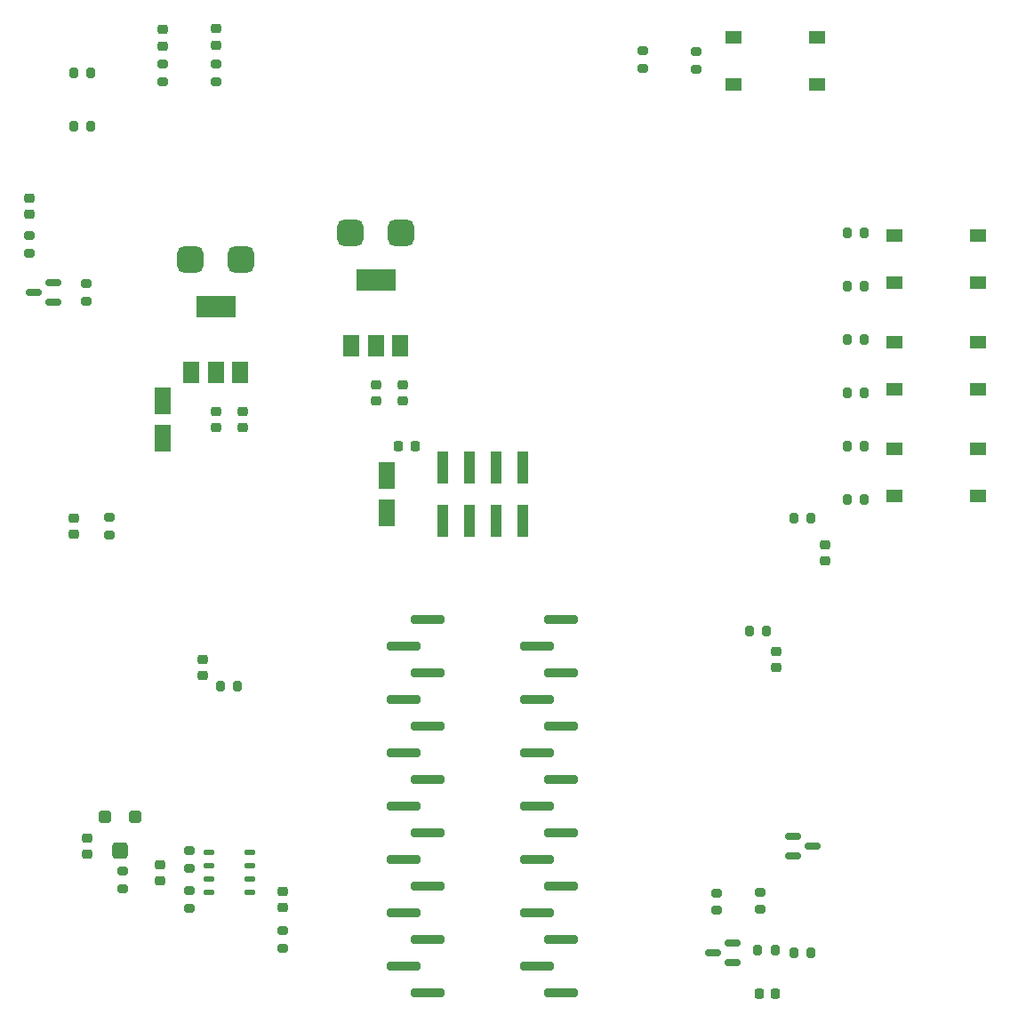
<source format=gbr>
%TF.GenerationSoftware,KiCad,Pcbnew,(6.0.2-0)*%
%TF.CreationDate,2022-03-25T12:04:44+00:00*%
%TF.ProjectId,controller,636f6e74-726f-46c6-9c65-722e6b696361,V1.2*%
%TF.SameCoordinates,Original*%
%TF.FileFunction,Paste,Top*%
%TF.FilePolarity,Positive*%
%FSLAX46Y46*%
G04 Gerber Fmt 4.6, Leading zero omitted, Abs format (unit mm)*
G04 Created by KiCad (PCBNEW (6.0.2-0)) date 2022-03-25 12:04:44*
%MOMM*%
%LPD*%
G01*
G04 APERTURE LIST*
G04 Aperture macros list*
%AMRoundRect*
0 Rectangle with rounded corners*
0 $1 Rounding radius*
0 $2 $3 $4 $5 $6 $7 $8 $9 X,Y pos of 4 corners*
0 Add a 4 corners polygon primitive as box body*
4,1,4,$2,$3,$4,$5,$6,$7,$8,$9,$2,$3,0*
0 Add four circle primitives for the rounded corners*
1,1,$1+$1,$2,$3*
1,1,$1+$1,$4,$5*
1,1,$1+$1,$6,$7*
1,1,$1+$1,$8,$9*
0 Add four rect primitives between the rounded corners*
20,1,$1+$1,$2,$3,$4,$5,0*
20,1,$1+$1,$4,$5,$6,$7,0*
20,1,$1+$1,$6,$7,$8,$9,0*
20,1,$1+$1,$8,$9,$2,$3,0*%
G04 Aperture macros list end*
%ADD10RoundRect,0.218750X0.256250X-0.218750X0.256250X0.218750X-0.256250X0.218750X-0.256250X-0.218750X0*%
%ADD11RoundRect,0.625000X-0.625000X-0.625000X0.625000X-0.625000X0.625000X0.625000X-0.625000X0.625000X0*%
%ADD12RoundRect,0.225000X0.250000X-0.225000X0.250000X0.225000X-0.250000X0.225000X-0.250000X-0.225000X0*%
%ADD13RoundRect,0.225000X-0.250000X0.225000X-0.250000X-0.225000X0.250000X-0.225000X0.250000X0.225000X0*%
%ADD14R,1.550000X1.300000*%
%ADD15RoundRect,0.200000X-0.200000X-0.275000X0.200000X-0.275000X0.200000X0.275000X-0.200000X0.275000X0*%
%ADD16RoundRect,0.300000X0.300000X0.300000X-0.300000X0.300000X-0.300000X-0.300000X0.300000X-0.300000X0*%
%ADD17RoundRect,0.375000X0.375000X0.425000X-0.375000X0.425000X-0.375000X-0.425000X0.375000X-0.425000X0*%
%ADD18RoundRect,0.200000X0.275000X-0.200000X0.275000X0.200000X-0.275000X0.200000X-0.275000X-0.200000X0*%
%ADD19RoundRect,0.200000X-0.275000X0.200000X-0.275000X-0.200000X0.275000X-0.200000X0.275000X0.200000X0*%
%ADD20RoundRect,0.250000X0.550000X-1.050000X0.550000X1.050000X-0.550000X1.050000X-0.550000X-1.050000X0*%
%ADD21RoundRect,0.200000X1.400000X0.200000X-1.400000X0.200000X-1.400000X-0.200000X1.400000X-0.200000X0*%
%ADD22R,1.500000X2.000000*%
%ADD23R,3.800000X2.000000*%
%ADD24RoundRect,0.200000X0.200000X0.275000X-0.200000X0.275000X-0.200000X-0.275000X0.200000X-0.275000X0*%
%ADD25RoundRect,0.218750X-0.218750X-0.256250X0.218750X-0.256250X0.218750X0.256250X-0.218750X0.256250X0*%
%ADD26RoundRect,0.150000X0.587500X0.150000X-0.587500X0.150000X-0.587500X-0.150000X0.587500X-0.150000X0*%
%ADD27RoundRect,0.225000X-0.225000X-0.250000X0.225000X-0.250000X0.225000X0.250000X-0.225000X0.250000X0*%
%ADD28RoundRect,0.150000X-0.587500X-0.150000X0.587500X-0.150000X0.587500X0.150000X-0.587500X0.150000X0*%
%ADD29RoundRect,0.250000X-0.550000X1.050000X-0.550000X-1.050000X0.550000X-1.050000X0.550000X1.050000X0*%
%ADD30R,1.000000X3.150000*%
%ADD31RoundRect,0.120000X-0.405000X-0.120000X0.405000X-0.120000X0.405000X0.120000X-0.405000X0.120000X0*%
G04 APERTURE END LIST*
D10*
%TO.C,D3*%
X135890000Y-137947500D03*
X135890000Y-136372500D03*
%TD*%
D11*
%TO.C,D6*%
X127140000Y-76200000D03*
X131940000Y-76200000D03*
%TD*%
D12*
%TO.C,C4*%
X116007060Y-102375000D03*
X116007060Y-100825000D03*
%TD*%
D13*
%TO.C,C3*%
X128270000Y-114310517D03*
X128270000Y-115860517D03*
%TD*%
D14*
%TO.C,RESET1*%
X178853326Y-55011602D03*
X186803326Y-55011602D03*
X178853326Y-59511602D03*
X186803326Y-59511602D03*
%TD*%
D15*
%TO.C,R1*%
X181169637Y-142016000D03*
X182819637Y-142016000D03*
%TD*%
D16*
%TO.C,RV1*%
X121823906Y-129277391D03*
D17*
X120423906Y-132527391D03*
D16*
X119023906Y-129277391D03*
%TD*%
D13*
%TO.C,C1*%
X117311483Y-131334748D03*
X117311483Y-132884748D03*
%TD*%
D15*
%TO.C,R2*%
X129985000Y-116840000D03*
X131635000Y-116840000D03*
%TD*%
D18*
%TO.C,R17*%
X127000000Y-134175000D03*
X127000000Y-132525000D03*
%TD*%
D15*
%TO.C,R10*%
X184595000Y-142240000D03*
X186245000Y-142240000D03*
%TD*%
D18*
%TO.C,R9*%
X181378897Y-138135427D03*
X181378897Y-136485427D03*
%TD*%
D15*
%TO.C,R16*%
X189675000Y-78740000D03*
X191325000Y-78740000D03*
%TD*%
D19*
%TO.C,R3*%
X119380000Y-100775000D03*
X119380000Y-102425000D03*
%TD*%
D18*
%TO.C,R29*%
X129540000Y-59245000D03*
X129540000Y-57595000D03*
%TD*%
%TO.C,R8*%
X120650000Y-136125000D03*
X120650000Y-134475000D03*
%TD*%
D20*
%TO.C,C10*%
X124460000Y-93240000D03*
X124460000Y-89640000D03*
%TD*%
D21*
%TO.C,A1*%
X162440000Y-146050000D03*
X160140000Y-143510000D03*
X162440000Y-140970000D03*
X160140000Y-138430000D03*
X162440000Y-135890000D03*
X160140000Y-133350000D03*
X162440000Y-130810000D03*
X160140000Y-128270000D03*
X162440000Y-125730000D03*
X160140000Y-123190000D03*
X162440000Y-120650000D03*
X160140000Y-118110000D03*
X162440000Y-115570000D03*
X160140000Y-113030000D03*
X162440000Y-110490000D03*
X149740000Y-110490000D03*
X147440000Y-113030000D03*
X149740000Y-115570000D03*
X147440000Y-118110000D03*
X149740000Y-120650000D03*
X147440000Y-123190000D03*
X149740000Y-125730000D03*
X147440000Y-128270000D03*
X149740000Y-130810000D03*
X147440000Y-133350000D03*
X149740000Y-135890000D03*
X147440000Y-138430000D03*
X149740000Y-140970000D03*
X147440000Y-143510000D03*
X149740000Y-146050000D03*
%TD*%
D22*
%TO.C,U5*%
X127240000Y-86970000D03*
X129540000Y-86970000D03*
X131840000Y-86970000D03*
D23*
X129540000Y-80670000D03*
%TD*%
D13*
%TO.C,C2*%
X147320000Y-88125000D03*
X147320000Y-89675000D03*
%TD*%
D18*
%TO.C,R31*%
X111760384Y-75602671D03*
X111760384Y-73952671D03*
%TD*%
D22*
%TO.C,U3*%
X142480000Y-84430000D03*
X144780000Y-84430000D03*
X147080000Y-84430000D03*
D23*
X144780000Y-78130000D03*
%TD*%
D24*
%TO.C,R13*%
X191325000Y-83820000D03*
X189675000Y-83820000D03*
%TD*%
D15*
%TO.C,R15*%
X189675000Y-88900000D03*
X191325000Y-88900000D03*
%TD*%
%TO.C,R19*%
X116015000Y-58420000D03*
X117665000Y-58420000D03*
%TD*%
D19*
%TO.C,R6*%
X177223152Y-136542748D03*
X177223152Y-138192748D03*
%TD*%
D10*
%TO.C,D4*%
X124460000Y-55880000D03*
X124460000Y-54305000D03*
%TD*%
D24*
%TO.C,R5*%
X186245000Y-100827383D03*
X184595000Y-100827383D03*
%TD*%
D19*
%TO.C,R30*%
X117172778Y-78526001D03*
X117172778Y-80176001D03*
%TD*%
D12*
%TO.C,C8*%
X129540000Y-92215000D03*
X129540000Y-90665000D03*
%TD*%
D10*
%TO.C,D7*%
X111760000Y-71907500D03*
X111760000Y-70332500D03*
%TD*%
D15*
%TO.C,R12*%
X189675000Y-99060000D03*
X191325000Y-99060000D03*
%TD*%
D19*
%TO.C,R24*%
X175260000Y-56410607D03*
X175260000Y-58060607D03*
%TD*%
D18*
%TO.C,R26*%
X170180000Y-58000869D03*
X170180000Y-56350869D03*
%TD*%
D13*
%TO.C,C7*%
X132080000Y-90665000D03*
X132080000Y-92215000D03*
%TD*%
D10*
%TO.C,D5*%
X129540000Y-55790000D03*
X129540000Y-54215000D03*
%TD*%
D25*
%TO.C,D1*%
X181267977Y-146148544D03*
X182842977Y-146148544D03*
%TD*%
D26*
%TO.C,Q4*%
X114090532Y-80290282D03*
X114090532Y-78390282D03*
X112215532Y-79340282D03*
%TD*%
D18*
%TO.C,R20*%
X135890000Y-141795000D03*
X135890000Y-140145000D03*
%TD*%
D24*
%TO.C,R14*%
X191325000Y-73660000D03*
X189675000Y-73660000D03*
%TD*%
D27*
%TO.C,C12*%
X146965137Y-94031974D03*
X148515137Y-94031974D03*
%TD*%
D28*
%TO.C,Q2*%
X184482500Y-131130000D03*
X184482500Y-133030000D03*
X186357500Y-132080000D03*
%TD*%
D18*
%TO.C,R18*%
X127000000Y-137985000D03*
X127000000Y-136335000D03*
%TD*%
D12*
%TO.C,C6*%
X187598277Y-104915000D03*
X187598277Y-103365000D03*
%TD*%
D15*
%TO.C,R21*%
X116015000Y-63500000D03*
X117665000Y-63500000D03*
%TD*%
D12*
%TO.C,C5*%
X182880000Y-115075000D03*
X182880000Y-113525000D03*
%TD*%
D26*
%TO.C,Q1*%
X178737500Y-143190000D03*
X178737500Y-141290000D03*
X176862500Y-142240000D03*
%TD*%
D14*
%TO.C,Btn_2*%
X202095000Y-84110000D03*
X194145000Y-84110000D03*
X202095000Y-88610000D03*
X194145000Y-88610000D03*
%TD*%
D24*
%TO.C,R11*%
X191325000Y-93980000D03*
X189675000Y-93980000D03*
%TD*%
D14*
%TO.C,Btn_3*%
X202095000Y-73950000D03*
X194145000Y-73950000D03*
X194145000Y-78450000D03*
X202095000Y-78450000D03*
%TD*%
D24*
%TO.C,R4*%
X181990000Y-111604567D03*
X180340000Y-111604567D03*
%TD*%
D12*
%TO.C,C13*%
X144780000Y-89675000D03*
X144780000Y-88125000D03*
%TD*%
D29*
%TO.C,C11*%
X145819259Y-96767895D03*
X145819259Y-100367895D03*
%TD*%
D14*
%TO.C,Btn_1*%
X202095000Y-94270000D03*
X194145000Y-94270000D03*
X202095000Y-98770000D03*
X194145000Y-98770000D03*
%TD*%
D18*
%TO.C,R28*%
X124460000Y-59245000D03*
X124460000Y-57595000D03*
%TD*%
D30*
%TO.C,J1*%
X151130000Y-101080000D03*
X151130000Y-96030000D03*
X153670000Y-101080000D03*
X153670000Y-96030000D03*
X156210000Y-101080000D03*
X156210000Y-96030000D03*
X158750000Y-101080000D03*
X158750000Y-96030000D03*
%TD*%
D13*
%TO.C,C9*%
X124260000Y-133845000D03*
X124260000Y-135395000D03*
%TD*%
D11*
%TO.C,D2*%
X142380000Y-73660000D03*
X147180000Y-73660000D03*
%TD*%
D31*
%TO.C,U4*%
X128860000Y-132715000D03*
X128860000Y-133985000D03*
X128860000Y-135255000D03*
X128860000Y-136525000D03*
X132760000Y-136525000D03*
X132760000Y-135255000D03*
X132760000Y-133985000D03*
X132760000Y-132715000D03*
%TD*%
M02*

</source>
